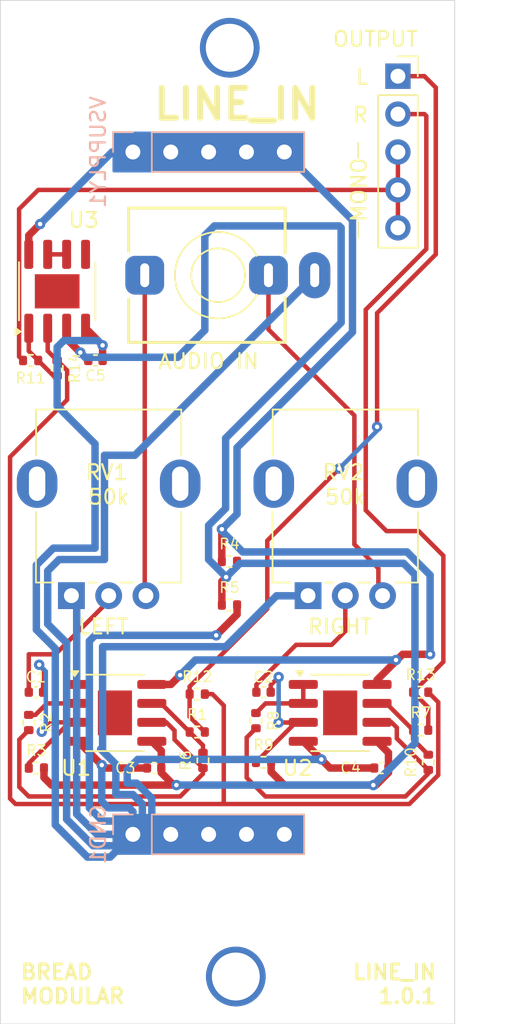
<source format=kicad_pcb>
(kicad_pcb (version 20240108) (generator "pcbnew") (generator_version "8.0")
  (layers (0 "F.Cu" signal) (31 "B.Cu" signal) (34 "B.Paste" user) (35 "F.Paste" user) (36 "B.SilkS" user "B.Silkscreen") (37 "F.SilkS" user "F.Silkscreen") (38 "B.Mask" user) (39 "F.Mask" user) (44 "Edge.Cuts" user))
  (net 0 "")
  (net 1 "GND")
  (net 2 "V_SUPLY")
  (net 3 "Net-(C1-Pad1)")
  (net 4 "Net-(U1A-+)")
  (net 5 "Net-(U2A-+)")
  (net 6 "Net-(C2-Pad1)")
  (net 7 "V_MID")
  (net 8 "IN_L")
  (net 9 "IN_R")
  (net 10 "OUT_L")
  (net 11 "OUT_MONO")
  (net 12 "OUT_R")
  (net 13 "Net-(R1-Pad1)")
  (net 14 "Net-(U1A--)")
  (net 15 "Net-(U1B--)")
  (net 16 "Net-(R10-Pad2)")
  (net 17 "Net-(U2B--)")
  (net 18 "Net-(U2A--)")
  (net 19 "Net-(R11-Pad1)")
  (net 20 "Net-(U3A--)")
  (net 21 "Net-(U3B--)")
  (footprint "BreadModular_AudioJacks:Jack_3.5mm_QingPu_WQP-PJ366ST_Vertical" (layer "F.Cu") (at 61.595 59.055 90)
    (property "Reference" "J1")
    (property "Value" "AudioJack3")
    (fp_line (start 1.6 -6) (end 4.5 -6) (stroke (width 0.2)) (layer "F.SilkS"))
    (fp_line (start -4.5 -6) (end -1.6 -6) (stroke (width 0.2)) (layer "F.SilkS"))
    (fp_line (start 4.5 4.5) (end 4.5 -6) (stroke (width 0.2)) (layer "F.SilkS"))
    (fp_line (start 1.5 4.5) (end 4.5 4.5) (stroke (width 0.2)) (layer "F.SilkS"))
    (fp_line (start -4.5 4.5) (end -4.5 -6) (stroke (width 0.2)) (layer "F.SilkS"))
    (fp_line (start -4.5 4.5) (end -1.5 4.5) (stroke (width 0.2)) (layer "F.SilkS"))
    (fp_arc (start 0 -2.895) (mid 2.817353 -0.665994) (end 1.296263 2.588577) (stroke (width 0.12)) (layer "F.SilkS"))
    (fp_arc (start -1.296263 2.588577) (mid -2.817353 -0.665994) (end 0 -2.895) (stroke (width 0.12)) (layer "F.SilkS"))
    (fp_circle (center 0 0) (end -1.8 0) (stroke (width 0.12)) (fill none) (layer "F.SilkS"))
    (pad "R" thru_hole roundrect (at 0 3.38 90) (size 2.6 2.6) (drill oval 1.6 0.6) (layers "*.Cu" "*.Mask") (net 9 "IN_R"))
    (pad "S" thru_hole oval (at 0 6.48 90) (size 3.1 2.1) (drill oval 1.6 0.6) (layers "*.Cu" "*.Mask") (net 1 "GND"))
    (pad "T" thru_hole roundrect (at 0 -4.92 90) (size 2.6 2.6) (drill oval 1.6 0.6) (layers "*.Cu" "*.Mask") (net 8 "IN_L"))
  )
  (footprint "Resistor_SMD:R_0402_1005Metric" (layer "F.Cu") (at 60.581 91.567 90)
    (property "Reference" "R6" (at 0 -1.17 90) (layer "F.SilkS") (effects (font (size 0.7 0.7) (thickness 0.1))))
    (property "Value" "100k")
    (fp_line (start -0.153641 -0.38) (end 0.153641 -0.38) (stroke (width 0.12)) (layer "F.SilkS"))
    (fp_line (start -0.153641 0.38) (end 0.153641 0.38) (stroke (width 0.12)) (layer "F.SilkS"))
    (pad "1" smd roundrect (at -0.51 0 90) (size 0.54 0.64) (layers "F.Cu" "F.Paste" "F.Mask") (net 15 "Net-(U1B--)"))
    (pad "2" smd roundrect (at 0.51 0 90) (size 0.54 0.64) (layers "F.Cu" "F.Paste" "F.Mask") (net 13 "Net-(R1-Pad1)"))
  )
  (footprint "Resistor_SMD:R_0402_1005Metric" (layer "F.Cu") (at 48.895 89.025 -90)
    (property "Reference" "R2" (at 0 -1.17 90) (layer "F.SilkS") (effects (font (size 0.7 0.7) (thickness 0.1))))
    (property "Value" "22k")
    (fp_line (start -0.153641 0.38) (end 0.153641 0.38) (stroke (width 0.12)) (layer "F.SilkS"))
    (fp_line (start -0.153641 -0.38) (end 0.153641 -0.38) (stroke (width 0.12)) (layer "F.SilkS"))
    (pad "1" smd roundrect (at -0.51 0 270) (size 0.54 0.64) (layers "F.Cu" "F.Paste" "F.Mask") (net 14 "Net-(U1A--)"))
    (pad "2" smd roundrect (at 0.51 0 270) (size 0.54 0.64) (layers "F.Cu" "F.Paste" "F.Mask") (net 15 "Net-(U1B--)"))
  )
  (footprint "Resistor_SMD:R_0402_1005Metric" (layer "F.Cu") (at 64.135 88.902 -90)
    (property "Reference" "R8" (at 0 -1.17 90) (layer "F.SilkS") (effects (font (size 0.7 0.7) (thickness 0.1))))
    (property "Value" "22k")
    (fp_line (start -0.153641 0.38) (end 0.153641 0.38) (stroke (width 0.12)) (layer "F.SilkS"))
    (fp_line (start -0.153641 -0.38) (end 0.153641 -0.38) (stroke (width 0.12)) (layer "F.SilkS"))
    (pad "1" smd roundrect (at -0.51 0 270) (size 0.54 0.64) (layers "F.Cu" "F.Paste" "F.Mask") (net 18 "Net-(U2A--)"))
    (pad "2" smd roundrect (at 0.51 0 270) (size 0.54 0.64) (layers "F.Cu" "F.Paste" "F.Mask") (net 17 "Net-(U2B--)"))
  )
  (footprint "Resistor_SMD:R_0402_1005Metric" (layer "F.Cu") (at 64.645 91.694)
    (property "Reference" "R9" (at 0 -1.17 0) (layer "F.SilkS") (effects (font (size 0.7 0.7) (thickness 0.1))))
    (property "Value" "1M")
    (fp_line (start -0.153641 -0.38) (end 0.153641 -0.38) (stroke (width 0.12)) (layer "F.SilkS"))
    (fp_line (start -0.153641 0.38) (end 0.153641 0.38) (stroke (width 0.12)) (layer "F.SilkS"))
    (pad "1" smd roundrect (at -0.51 0) (size 0.54 0.64) (layers "F.Cu" "F.Paste" "F.Mask") (net 5 "Net-(U2A-+)"))
    (pad "2" smd roundrect (at 0.51 0) (size 0.54 0.64) (layers "F.Cu" "F.Paste" "F.Mask") (net 7 "V_MID"))
  )
  (footprint "BreadModular_Pots:Potentiometer_RV09" (layer "F.Cu") (at 54.382 73.533)
    (property "Reference" "RV1" (at -0.254 -1.27 360) (layer "F.SilkS"))
    (property "Value" "50k" (at -0.127 0.381 360) (layer "F.SilkS"))
    (fp_line (start -5.007 6.112) (end -5.007 1.392) (stroke (width 0.12)) (layer "F.SilkS"))
    (fp_line (start -4.997 -2.418) (end -4.997 -5.478) (stroke (width 0.12)) (layer "F.SilkS"))
    (fp_line (start -3.817 6.112) (end -4.997 6.112) (stroke (width 0.12)) (layer "F.SilkS"))
    (fp_line (start -0.917 6.112) (end -1.447 6.112) (stroke (width 0.12)) (layer "F.SilkS"))
    (fp_line (start 1.533 6.112) (end 0.703 6.112) (stroke (width 0.12)) (layer "F.SilkS"))
    (fp_line (start 4.743 -5.478) (end -4.997 -5.478) (stroke (width 0.12)) (layer "F.SilkS"))
    (fp_line (start 4.743 -2.418) (end 4.743 -5.478) (stroke (width 0.12)) (layer "F.SilkS"))
    (fp_line (start 4.743 6.112) (end 3.253 6.112) (stroke (width 0.12)) (layer "F.SilkS"))
    (fp_line (start 4.743 6.112) (end 4.743 1.392) (stroke (width 0.12)) (layer "F.SilkS"))
    (pad "" thru_hole oval (at -4.927 -0.508 180) (size 2.72 3.24) (drill oval 1.1 2.3) (layers "*.Cu" "*.Mask"))
    (pad "" thru_hole oval (at 4.673 -0.508 180) (size 2.72 3.24) (drill oval 1.1 2.3) (layers "*.Cu" "*.Mask"))
    (pad "1" thru_hole rect (at -2.627 6.992 180) (size 1.8 1.8) (drill 1) (layers "*.Cu" "*.Mask") (net 1 "GND"))
    (pad "2" thru_hole circle (at -0.127 6.992 180) (size 1.8 1.8) (drill 1) (layers "*.Cu" "*.Mask") (net 3 "Net-(C1-Pad1)"))
    (pad "3" thru_hole circle (at 2.373 6.992 180) (size 1.8 1.8) (drill 1) (layers "*.Cu" "*.Mask") (net 8 "IN_L"))
  )
  (footprint "Connector_PinSocket_2.54mm:PinSocket_1x05_P2.54mm_Vertical" (layer "F.Cu") (at 73.66 45.72)
    (property "Reference" "OUTPUT1")
    (property "Value" "Conn_01x05_Socket")
    (fp_line (start -1.33 1.27) (end -1.33 11.49) (stroke (width 0.12)) (layer "F.SilkS"))
    (fp_line (start -1.33 1.27) (end 1.33 1.27) (stroke (width 0.12)) (layer "F.SilkS"))
    (fp_line (start -1.33 11.49) (end 1.33 11.49) (stroke (width 0.12)) (layer "F.SilkS"))
    (fp_line (start 0 -1.33) (end 1.33 -1.33) (stroke (width 0.12)) (layer "F.SilkS"))
    (fp_line (start 1.33 -1.33) (end 1.33 0) (stroke (width 0.12)) (layer "F.SilkS"))
    (fp_line (start 1.33 1.27) (end 1.33 11.49) (stroke (width 0.12)) (layer "F.SilkS"))
    (pad "1" thru_hole rect (at 0 0) (size 1.7 1.7) (drill 1) (layers "*.Cu" "*.Mask") (net 10 "OUT_L"))
    (pad "2" thru_hole oval (at 0 2.54) (size 1.7 1.7) (drill 1) (layers "*.Cu" "*.Mask") (net 12 "OUT_R"))
    (pad "3" thru_hole oval (at 0 5.08) (size 1.7 1.7) (drill 1) (layers "*.Cu" "*.Mask") (net 11 "OUT_MONO"))
    (pad "4" thru_hole oval (at 0 7.62) (size 1.7 1.7) (drill 1) (layers "*.Cu" "*.Mask") (net 11 "OUT_MONO"))
    (pad "5" thru_hole oval (at 0 10.16) (size 1.7 1.7) (drill 1) (layers "*.Cu" "*.Mask") (net 11 "OUT_MONO"))
  )
  (footprint "Resistor_SMD:R_0402_1005Metric" (layer "F.Cu") (at 62.355 78.232)
    (property "Reference" "R4" (at 0 -1.17 0) (layer "F.SilkS") (effects (font (size 0.7 0.7) (thickness 0.1))))
    (property "Value" "1k")
    (fp_line (start -0.153641 -0.38) (end 0.153641 -0.38) (stroke (width 0.12)) (layer "F.SilkS"))
    (fp_line (start -0.153641 0.38) (end 0.153641 0.38) (stroke (width 0.12)) (layer "F.SilkS"))
    (pad "1" smd roundrect (at -0.51 0) (size 0.54 0.64) (layers "F.Cu" "F.Paste" "F.Mask") (net 2 "V_SUPLY"))
    (pad "2" smd roundrect (at 0.51 0) (size 0.54 0.64) (layers "F.Cu" "F.Paste" "F.Mask") (net 7 "V_MID"))
  )
  (footprint "Resistor_SMD:R_0402_1005Metric" (layer "F.Cu") (at 49.02 64.77 180)
    (property "Reference" "R11" (at 0 -1.17 0) (layer "F.SilkS") (effects (font (size 0.7 0.7) (thickness 0.1))))
    (property "Value" "1k")
    (fp_line (start -0.153641 0.38) (end 0.153641 0.38) (stroke (width 0.12)) (layer "F.SilkS"))
    (fp_line (start -0.153641 -0.38) (end 0.153641 -0.38) (stroke (width 0.12)) (layer "F.SilkS"))
    (pad "1" smd roundrect (at -0.51 0 180) (size 0.54 0.64) (layers "F.Cu" "F.Paste" "F.Mask") (net 19 "Net-(R11-Pad1)"))
    (pad "2" smd roundrect (at 0.51 0 180) (size 0.54 0.64) (layers "F.Cu" "F.Paste" "F.Mask") (net 11 "OUT_MONO"))
  )
  (footprint "BreadModular_Pots:Potentiometer_RV09" (layer "F.Cu") (at 70.257 73.533)
    (property "Reference" "RV2" (at -0.254 -1.27 360) (layer "F.SilkS"))
    (property "Value" "50k" (at -0.127 0.381 360) (layer "F.SilkS"))
    (fp_line (start -5.007 6.112) (end -5.007 1.392) (stroke (width 0.12)) (layer "F.SilkS"))
    (fp_line (start -4.997 -2.418) (end -4.997 -5.478) (stroke (width 0.12)) (layer "F.SilkS"))
    (fp_line (start -3.817 6.112) (end -4.997 6.112) (stroke (width 0.12)) (layer "F.SilkS"))
    (fp_line (start -0.917 6.112) (end -1.447 6.112) (stroke (width 0.12)) (layer "F.SilkS"))
    (fp_line (start 1.533 6.112) (end 0.703 6.112) (stroke (width 0.12)) (layer "F.SilkS"))
    (fp_line (start 4.743 -5.478) (end -4.997 -5.478) (stroke (width 0.12)) (layer "F.SilkS"))
    (fp_line (start 4.743 -2.418) (end 4.743 -5.478) (stroke (width 0.12)) (layer "F.SilkS"))
    (fp_line (start 4.743 6.112) (end 3.253 6.112) (stroke (width 0.12)) (layer "F.SilkS"))
    (fp_line (start 4.743 6.112) (end 4.743 1.392) (stroke (width 0.12)) (layer "F.SilkS"))
    (pad "" thru_hole oval (at -4.927 -0.508 180) (size 2.72 3.24) (drill oval 1.1 2.3) (layers "*.Cu" "*.Mask"))
    (pad "" thru_hole oval (at 4.673 -0.508 180) (size 2.72 3.24) (drill oval 1.1 2.3) (layers "*.Cu" "*.Mask"))
    (pad "1" thru_hole rect (at -2.627 6.992 180) (size 1.8 1.8) (drill 1) (layers "*.Cu" "*.Mask") (net 1 "GND"))
    (pad "2" thru_hole circle (at -0.127 6.992 180) (size 1.8 1.8) (drill 1) (layers "*.Cu" "*.Mask") (net 6 "Net-(C2-Pad1)"))
    (pad "3" thru_hole circle (at 2.373 6.992 180) (size 1.8 1.8) (drill 1) (layers "*.Cu" "*.Mask") (net 9 "IN_R"))
  )
  (footprint "Resistor_SMD:R_0402_1005Metric" (layer "F.Cu") (at 75.696 91.692 90)
    (property "Reference" "R10" (at 0 -1.17 90) (layer "F.SilkS") (effects (font (size 0.7 0.7) (thickness 0.1))))
    (property "Value" "100k")
    (fp_line (start -0.153641 -0.38) (end 0.153641 -0.38) (stroke (width 0.12)) (layer "F.SilkS"))
    (fp_line (start -0.153641 0.38) (end 0.153641 0.38) (stroke (width 0.12)) (layer "F.SilkS"))
    (pad "1" smd roundrect (at -0.51 0 90) (size 0.54 0.64) (layers "F.Cu" "F.Paste" "F.Mask") (net 17 "Net-(U2B--)"))
    (pad "2" smd roundrect (at 0.51 0 90) (size 0.54 0.64) (layers "F.Cu" "F.Paste" "F.Mask") (net 16 "Net-(R10-Pad2)"))
  )
  (footprint "Resistor_SMD:R_0402_1005Metric" (layer "F.Cu") (at 50.8 65.278 -90)
    (property "Reference" "R14" (at 0 -1.17 90) (layer "F.SilkS") (effects (font (size 0.7 0.7) (thickness 0.1))))
    (property "Value" "51k")
    (fp_line (start -0.153641 0.38) (end 0.153641 0.38) (stroke (width 0.12)) (layer "F.SilkS"))
    (fp_line (start -0.153641 -0.38) (end 0.153641 -0.38) (stroke (width 0.12)) (layer "F.SilkS"))
    (pad "1" smd roundrect (at -0.51 0 270) (size 0.54 0.64) (layers "F.Cu" "F.Paste" "F.Mask") (net 20 "Net-(U3A--)"))
    (pad "2" smd roundrect (at 0.51 0 270) (size 0.54 0.64) (layers "F.Cu" "F.Paste" "F.Mask") (net 19 "Net-(R11-Pad1)"))
  )
  (footprint "Resistor_SMD:R_0402_1005Metric" (layer "F.Cu") (at 60.196 89.662)
    (property "Reference" "R1" (at 0 -1.17 0) (layer "F.SilkS") (effects (font (size 0.7 0.7) (thickness 0.1))))
    (property "Value" "1k")
    (fp_line (start -0.153641 -0.38) (end 0.153641 -0.38) (stroke (width 0.12)) (layer "F.SilkS"))
    (fp_line (start -0.153641 0.38) (end 0.153641 0.38) (stroke (width 0.12)) (layer "F.SilkS"))
    (pad "1" smd roundrect (at -0.51 0) (size 0.54 0.64) (layers "F.Cu" "F.Paste" "F.Mask") (net 13 "Net-(R1-Pad1)"))
    (pad "2" smd roundrect (at 0.51 0) (size 0.54 0.64) (layers "F.Cu" "F.Paste" "F.Mask") (net 10 "OUT_L"))
  )
  (footprint "Package_SO:SOIC-8-1EP_3.9x4.9mm_P1.27mm_EP2.29x3mm" (layer "F.Cu") (at 50.8 60.133 90)
    (property "Reference" "U3" (at 4.761 1.778 0) (layer "F.SilkS"))
    (property "Value" "MCP6002-xSN")
    (fp_line (start 0 -2.56) (end 1.95 -2.56) (stroke (width 0.12)) (layer "F.SilkS"))
    (fp_line (start 0 -2.56) (end -1.95 -2.56) (stroke (width 0.12)) (layer "F.SilkS"))
    (fp_line (start 0 2.56) (end 1.95 2.56) (stroke (width 0.12)) (layer "F.SilkS"))
    (fp_line (start 0 2.56) (end -1.95 2.56) (stroke (width 0.12)) (layer "F.SilkS"))
    (fp_poly (pts (xy -2.7 -2.465) (xy -2.94 -2.795) (xy -2.46 -2.795) (xy -2.7 -2.465)) (stroke (width 0.12)) (fill solid) (layer "F.SilkS"))
    (pad "1" smd roundrect (at -2.475 -1.905 90) (size 1.95 0.6) (layers "F.Cu" "F.Paste" "F.Mask") (net 19 "Net-(R11-Pad1)"))
    (pad "2" smd roundrect (at -2.475 -0.635 90) (size 1.95 0.6) (layers "F.Cu" "F.Paste" "F.Mask") (net 20 "Net-(U3A--)"))
    (pad "3" smd roundrect (at -2.475 0.635 90) (size 1.95 0.6) (layers "F.Cu" "F.Paste" "F.Mask") (net 7 "V_MID"))
    (pad "4" smd roundrect (at -2.475 1.905 90) (size 1.95 0.6) (layers "F.Cu" "F.Paste" "F.Mask") (net 1 "GND"))
    (pad "5" smd roundrect (at 2.475 1.905 90) (size 1.95 0.6) (layers "F.Cu" "F.Paste" "F.Mask"))
    (pad "6" smd roundrect (at 2.475 0.635 90) (size 1.95 0.6) (layers "F.Cu" "F.Paste" "F.Mask") (net 21 "Net-(U3B--)"))
    (pad "7" smd roundrect (at 2.475 -0.635 90) (size 1.95 0.6) (layers "F.Cu" "F.Paste" "F.Mask") (net 21 "Net-(U3B--)"))
    (pad "8" smd roundrect (at 2.475 -1.905 90) (size 1.95 0.6) (layers "F.Cu" "F.Paste" "F.Mask") (net 2 "V_SUPLY"))
    (pad "9" smd rect (at 0 0 90) (size 2.29 3) (property pad_prop_heatsink) (layers "F.Cu" "F.Mask"))
  )
  (footprint "Capacitor_SMD:C_0402_1005Metric" (layer "F.Cu") (at 64.645 86.995)
    (property "Reference" "C2" (at 0 -1.016 0) (layer "F.SilkS") (effects (font (size 0.7 0.7) (thickness 0.1))))
    (property "Value" "0.1uf")
    (fp_line (start -0.107836 -0.36) (end 0.107836 -0.36) (stroke (width 0.12)) (layer "F.SilkS"))
    (fp_line (start -0.107836 0.36) (end 0.107836 0.36) (stroke (width 0.12)) (layer "F.SilkS"))
    (pad "1" smd roundrect (at -0.48 0) (size 0.56 0.62) (layers "F.Cu" "F.Paste" "F.Mask") (net 6 "Net-(C2-Pad1)"))
    (pad "2" smd roundrect (at 0.48 0) (size 0.56 0.62) (layers "F.Cu" "F.Paste" "F.Mask") (net 5 "Net-(U2A-+)"))
  )
  (footprint "Package_SO:SOIC-8-1EP_3.9x4.9mm_P1.27mm_EP2.29x3mm" (layer "F.Cu") (at 54.675 88.38)
    (property "Reference" "U1" (at -2.605 3.695 0) (layer "F.SilkS"))
    (property "Value" "MCP6002-xSN")
    (fp_line (start 0 -2.56) (end -1.95 -2.56) (stroke (width 0.12)) (layer "F.SilkS"))
    (fp_line (start 0 -2.56) (end 1.95 -2.56) (stroke (width 0.12)) (layer "F.SilkS"))
    (fp_line (start 0 2.56) (end -1.95 2.56) (stroke (width 0.12)) (layer "F.SilkS"))
    (fp_line (start 0 2.56) (end 1.95 2.56) (stroke (width 0.12)) (layer "F.SilkS"))
    (fp_poly (pts (xy -2.7 -2.465) (xy -2.94 -2.795) (xy -2.46 -2.795) (xy -2.7 -2.465)) (stroke (width 0.12)) (fill solid) (layer "F.SilkS"))
    (pad "1" smd roundrect (at -2.475 -1.905) (size 1.95 0.6) (layers "F.Cu" "F.Paste" "F.Mask") (net 14 "Net-(U1A--)"))
    (pad "2" smd roundrect (at -2.475 -0.635) (size 1.95 0.6) (layers "F.Cu" "F.Paste" "F.Mask") (net 14 "Net-(U1A--)"))
    (pad "3" smd roundrect (at -2.475 0.635) (size 1.95 0.6) (layers "F.Cu" "F.Paste" "F.Mask") (net 4 "Net-(U1A-+)"))
    (pad "4" smd roundrect (at -2.475 1.905) (size 1.95 0.6) (layers "F.Cu" "F.Paste" "F.Mask") (net 1 "GND"))
    (pad "5" smd roundrect (at 2.475 1.905) (size 1.95 0.6) (layers "F.Cu" "F.Paste" "F.Mask") (net 7 "V_MID"))
    (pad "6" smd roundrect (at 2.475 0.635) (size 1.95 0.6) (layers "F.Cu" "F.Paste" "F.Mask") (net 15 "Net-(U1B--)"))
    (pad "7" smd roundrect (at 2.475 -0.635) (size 1.95 0.6) (layers "F.Cu" "F.Paste" "F.Mask") (net 13 "Net-(R1-Pad1)"))
    (pad "8" smd roundrect (at 2.475 -1.905) (size 1.95 0.6) (layers "F.Cu" "F.Paste" "F.Mask") (net 2 "V_SUPLY"))
    (pad "9" smd rect (at 0 0) (size 2.29 3) (property pad_prop_heatsink) (layers "F.Cu" "F.Mask"))
  )
  (footprint "Resistor_SMD:R_0402_1005Metric" (layer "F.Cu") (at 75.186 86.995)
    (property "Reference" "R13" (at 0 -1.17 0) (layer "F.SilkS") (effects (font (size 0.7 0.7) (thickness 0.1))))
    (property "Value" "100k")
    (fp_line (start -0.153641 -0.38) (end 0.153641 -0.38) (stroke (width 0.12)) (layer "F.SilkS"))
    (fp_line (start -0.153641 0.38) (end 0.153641 0.38) (stroke (width 0.12)) (layer "F.SilkS"))
    (pad "1" smd roundrect (at -0.51 0) (size 0.54 0.64) (layers "F.Cu" "F.Paste" "F.Mask") (net 12 "OUT_R"))
    (pad "2" smd roundrect (at 0.51 0) (size 0.54 0.64) (layers "F.Cu" "F.Paste" "F.Mask") (net 20 "Net-(U3A--)"))
  )
  (footprint "Resistor_SMD:R_0402_1005Metric" (layer "F.Cu") (at 49.405 92.075)
    (property "Reference" "R3" (at 0 -1.17 0) (layer "F.SilkS") (effects (font (size 0.7 0.7) (thickness 0.1))))
    (property "Value" "1M")
    (fp_line (start -0.153641 -0.38) (end 0.153641 -0.38) (stroke (width 0.12)) (layer "F.SilkS"))
    (fp_line (start -0.153641 0.38) (end 0.153641 0.38) (stroke (width 0.12)) (layer "F.SilkS"))
    (pad "1" smd roundrect (at -0.51 0) (size 0.54 0.64) (layers "F.Cu" "F.Paste" "F.Mask") (net 4 "Net-(U1A-+)"))
    (pad "2" smd roundrect (at 0.51 0) (size 0.54 0.64) (layers "F.Cu" "F.Paste" "F.Mask") (net 7 "V_MID"))
  )
  (footprint "Resistor_SMD:R_0402_1005Metric" (layer "F.Cu") (at 62.359 81.153)
    (property "Reference" "R5" (at 0 -1.17 0) (layer "F.SilkS") (effects (font (size 0.7 0.7) (thickness 0.1))))
    (property "Value" "1k")
    (fp_line (start -0.153641 -0.38) (end 0.153641 -0.38) (stroke (width 0.12)) (layer "F.SilkS"))
    (fp_line (start -0.153641 0.38) (end 0.153641 0.38) (stroke (width 0.12)) (layer "F.SilkS"))
    (pad "1" smd roundrect (at -0.51 0) (size 0.54 0.64) (layers "F.Cu" "F.Paste" "F.Mask") (net 7 "V_MID"))
    (pad "2" smd roundrect (at 0.51 0) (size 0.54 0.64) (layers "F.Cu" "F.Paste" "F.Mask") (net 1 "GND"))
  )
  (footprint "Capacitor_SMD:C_0402_1005Metric" (layer "F.Cu") (at 53.368 64.77 180)
    (property "Reference" "C5" (at 0 -1.016 0) (layer "F.SilkS") (effects (font (size 0.7 0.7) (thickness 0.1))))
    (property "Value" "0.1uf")
    (fp_line (start -0.107836 0.36) (end 0.107836 0.36) (stroke (width 0.12)) (layer "F.SilkS"))
    (fp_line (start -0.107836 -0.36) (end 0.107836 -0.36) (stroke (width 0.12)) (layer "F.SilkS"))
    (pad "1" smd roundrect (at -0.48 0 180) (size 0.56 0.62) (layers "F.Cu" "F.Paste" "F.Mask") (net 1 "GND"))
    (pad "2" smd roundrect (at 0.48 0 180) (size 0.56 0.62) (layers "F.Cu" "F.Paste" "F.Mask") (net 7 "V_MID"))
  )
  (footprint "Capacitor_SMD:C_0402_1005Metric" (layer "F.Cu") (at 57.305 92.075)
    (property "Reference" "C3" (at -1.933 0 0) (layer "F.SilkS") (effects (font (size 0.7 0.7) (thickness 0.1))))
    (property "Value" "0.1uf")
    (fp_line (start -0.107836 -0.36) (end 0.107836 -0.36) (stroke (width 0.12)) (layer "F.SilkS"))
    (fp_line (start -0.107836 0.36) (end 0.107836 0.36) (stroke (width 0.12)) (layer "F.SilkS"))
    (pad "1" smd roundrect (at -0.48 0) (size 0.56 0.62) (layers "F.Cu" "F.Paste" "F.Mask") (net 1 "GND"))
    (pad "2" smd roundrect (at 0.48 0) (size 0.56 0.62) (layers "F.Cu" "F.Paste" "F.Mask") (net 7 "V_MID"))
  )
  (footprint "Resistor_SMD:R_0402_1005Metric" (layer "F.Cu") (at 75.186 89.535)
    (property "Reference" "R7" (at 0 -1.17 0) (layer "F.SilkS") (effects (font (size 0.7 0.7) (thickness 0.1))))
    (property "Value" "1k")
    (fp_line (start -0.153641 -0.38) (end 0.153641 -0.38) (stroke (width 0.12)) (layer "F.SilkS"))
    (fp_line (start -0.153641 0.38) (end 0.153641 0.38) (stroke (width 0.12)) (layer "F.SilkS"))
    (pad "1" smd roundrect (at -0.51 0) (size 0.54 0.64) (layers "F.Cu" "F.Paste" "F.Mask") (net 16 "Net-(R10-Pad2)"))
    (pad "2" smd roundrect (at 0.51 0) (size 0.54 0.64) (layers "F.Cu" "F.Paste" "F.Mask") (net 12 "OUT_R"))
  )
  (footprint "Capacitor_SMD:C_0402_1005Metric" (layer "F.Cu") (at 72.545 92.075)
    (property "Reference" "C4" (at -2.06 0 0) (layer "F.SilkS") (effects (font (size 0.7 0.7) (thickness 0.1))))
    (property "Value" "0.1uf")
    (fp_line (start -0.107836 -0.36) (end 0.107836 -0.36) (stroke (width 0.12)) (layer "F.SilkS"))
    (fp_line (start -0.107836 0.36) (end 0.107836 0.36) (stroke (width 0.12)) (layer "F.SilkS"))
    (pad "1" smd roundrect (at -0.48 0) (size 0.56 0.62) (layers "F.Cu" "F.Paste" "F.Mask") (net 1 "GND"))
    (pad "2" smd roundrect (at 0.48 0) (size 0.56 0.62) (layers "F.Cu" "F.Paste" "F.Mask") (net 7 "V_MID"))
  )
  (footprint "Resistor_SMD:R_0402_1005Metric" (layer "F.Cu") (at 60.196 87.122)
    (property "Reference" "R12" (at 0 -1.17 0) (layer "F.SilkS") (effects (font (size 0.7 0.7) (thickness 0.1))))
    (property "Value" "100k")
    (fp_line (start -0.153641 -0.38) (end 0.153641 -0.38) (stroke (width 0.12)) (layer "F.SilkS"))
    (fp_line (start -0.153641 0.38) (end 0.153641 0.38) (stroke (width 0.12)) (layer "F.SilkS"))
    (pad "1" smd roundrect (at -0.51 0) (size 0.54 0.64) (layers "F.Cu" "F.Paste" "F.Mask") (net 10 "OUT_L"))
    (pad "2" smd roundrect (at 0.51 0) (size 0.54 0.64) (layers "F.Cu" "F.Paste" "F.Mask") (net 20 "Net-(U3A--)"))
  )
  (footprint "Capacitor_SMD:C_0402_1005Metric" (layer "F.Cu") (at 49.375 86.995)
    (property "Reference" "C1" (at 0 -1.016 0) (layer "F.SilkS") (effects (font (size 0.7 0.7) (thickness 0.1))))
    (property "Value" "0.1uf")
    (fp_line (start -0.107836 -0.36) (end 0.107836 -0.36) (stroke (width 0.12)) (layer "F.SilkS"))
    (fp_line (start -0.107836 0.36) (end 0.107836 0.36) (stroke (width 0.12)) (layer "F.SilkS"))
    (pad "1" smd roundrect (at -0.48 0) (size 0.56 0.62) (layers "F.Cu" "F.Paste" "F.Mask") (net 3 "Net-(C1-Pad1)"))
    (pad "2" smd roundrect (at 0.48 0) (size 0.56 0.62) (layers "F.Cu" "F.Paste" "F.Mask") (net 4 "Net-(U1A-+)"))
  )
  (footprint "Package_SO:SOIC-8-1EP_3.9x4.9mm_P1.27mm_EP2.29x3mm" (layer "F.Cu") (at 69.785 88.38)
    (property "Reference" "U2" (at -2.856 3.695 0) (layer "F.SilkS"))
    (property "Value" "MCP6002-xSN")
    (fp_line (start 0 -2.56) (end -1.95 -2.56) (stroke (width 0.12)) (layer "F.SilkS"))
    (fp_line (start 0 -2.56) (end 1.95 -2.56) (stroke (width 0.12)) (layer "F.SilkS"))
    (fp_line (start 0 2.56) (end -1.95 2.56) (stroke (width 0.12)) (layer "F.SilkS"))
    (fp_line (start 0 2.56) (end 1.95 2.56) (stroke (width 0.12)) (layer "F.SilkS"))
    (fp_poly (pts (xy -2.7 -2.465) (xy -2.94 -2.795) (xy -2.46 -2.795) (xy -2.7 -2.465)) (stroke (width 0.12)) (fill solid) (layer "F.SilkS"))
    (pad "1" smd roundrect (at -2.475 -1.905) (size 1.95 0.6) (layers "F.Cu" "F.Paste" "F.Mask") (net 18 "Net-(U2A--)"))
    (pad "2" smd roundrect (at -2.475 -0.635) (size 1.95 0.6) (layers "F.Cu" "F.Paste" "F.Mask") (net 18 "Net-(U2A--)"))
    (pad "3" smd roundrect (at -2.475 0.635) (size 1.95 0.6) (layers "F.Cu" "F.Paste" "F.Mask") (net 5 "Net-(U2A-+)"))
    (pad "4" smd roundrect (at -2.475 1.905) (size 1.95 0.6) (layers "F.Cu" "F.Paste" "F.Mask") (net 1 "GND"))
    (pad "5" smd roundrect (at 2.475 1.905) (size 1.95 0.6) (layers "F.Cu" "F.Paste" "F.Mask") (net 7 "V_MID"))
    (pad "6" smd roundrect (at 2.475 0.635) (size 1.95 0.6) (layers "F.Cu" "F.Paste" "F.Mask") (net 17 "Net-(U2B--)"))
    (pad "7" smd roundrect (at 2.475 -0.635) (size 1.95 0.6) (layers "F.Cu" "F.Paste" "F.Mask") (net 16 "Net-(R10-Pad2)"))
    (pad "8" smd roundrect (at 2.475 -1.905) (size 1.95 0.6) (layers "F.Cu" "F.Paste" "F.Mask") (net 2 "V_SUPLY"))
    (pad "9" smd rect (at 0 0) (size 2.29 3) (property pad_prop_heatsink) (layers "F.Cu" "F.Mask"))
  )
  (footprint "BreadModular_MISC:Power_Connector" (layer "B.Cu") (at 55.88 96.52 -90)
    (property "Reference" "GND1" (at 0 2.33 90) (layer "B.SilkS") (effects (justify mirror)))
    (property "Value" "Conn_01x05_Pin")
    (fp_line (start -1.33 1.33) (end -1.33 0) (stroke (width 0.12)) (layer "B.SilkS"))
    (fp_line (start 0 1.33) (end -1.33 1.33) (stroke (width 0.12)) (layer "B.SilkS"))
    (fp_line (start 1.33 -1.27) (end -1.33 -1.27) (stroke (width 0.12)) (layer "B.SilkS"))
    (fp_line (start -1.33 -11.49) (end -1.33 -1.27) (stroke (width 0.12)) (layer "B.SilkS"))
    (fp_line (start 1.33 -11.49) (end 1.33 -1.27) (stroke (width 0.12)) (layer "B.SilkS"))
    (fp_line (start 1.33 -11.49) (end -1.33 -11.49) (stroke (width 0.12)) (layer "B.SilkS"))
    (pad "1" thru_hole rect (at 0 0 270) (size 2 2) (drill 1) (layers "*.Cu" "*.Mask") (net 1 "GND"))
    (pad "2" thru_hole oval (at 0 -2.54 270) (size 2 2) (drill 1) (layers "*.Cu" "*.Mask") (net 1 "GND"))
    (pad "3" thru_hole oval (at 0 -5.08 270) (size 2 2) (drill 1) (layers "*.Cu" "*.Mask") (net 1 "GND"))
    (pad "4" thru_hole oval (at 0 -7.62 270) (size 2 2) (drill 1) (layers "*.Cu" "*.Mask") (net 1 "GND"))
    (pad "5" thru_hole oval (at 0 -10.16 270) (size 2 2) (drill 1) (layers "*.Cu" "*.Mask") (net 1 "GND"))
  )
  (footprint "BreadModular_MISC:Power_Connector" (layer "B.Cu") (at 55.88 50.8 -90)
    (property "Reference" "VSUPPLY1" (at 0 2.33 90) (layer "B.SilkS") (effects (justify mirror)))
    (property "Value" "Conn_01x05_Pin")
    (fp_line (start -1.33 1.33) (end -1.33 0) (stroke (width 0.12)) (layer "B.SilkS"))
    (fp_line (start 0 1.33) (end -1.33 1.33) (stroke (width 0.12)) (layer "B.SilkS"))
    (fp_line (start 1.33 -1.27) (end -1.33 -1.27) (stroke (width 0.12)) (layer "B.SilkS"))
    (fp_line (start -1.33 -11.49) (end -1.33 -1.27) (stroke (width 0.12)) (layer "B.SilkS"))
    (fp_line (start 1.33 -11.49) (end 1.33 -1.27) (stroke (width 0.12)) (layer "B.SilkS"))
    (fp_line (start 1.33 -11.49) (end -1.33 -11.49) (stroke (width 0.12)) (layer "B.SilkS"))
    (pad "1" thru_hole rect (at 0 0 270) (size 2 2) (drill 1) (layers "*.Cu" "*.Mask") (net 2 "V_SUPLY"))
    (pad "2" thru_hole oval (at 0 -2.54 270) (size 2 2) (drill 1) (layers "*.Cu" "*.Mask") (net 2 "V_SUPLY"))
    (pad "3" thru_hole oval (at 0 -5.08 270) (size 2 2) (drill 1) (layers "*.Cu" "*.Mask") (net 2 "V_SUPLY"))
    (pad "4" thru_hole oval (at 0 -7.62 270) (size 2 2) (drill 1) (layers "*.Cu" "*.Mask") (net 2 "V_SUPLY"))
    (pad "5" thru_hole oval (at 0 -10.16 270) (size 2 2) (drill 1) (layers "*.Cu" "*.Mask") (net 2 "V_SUPLY"))
  )
  (gr_poly (pts (xy 54.61 49.53) (xy 67.31 49.53) (xy 67.31 52.07) (xy 54.61 52.07)) (stroke (width 0.2)) (fill solid) (layer "B.Cu") (net 2))
  (gr_poly (pts (xy 54.61 95.25) (xy 67.31 95.25) (xy 67.31 97.79) (xy 54.61 97.79)) (stroke (width 0.2)) (fill solid) (layer "B.Cu") (net 1))
  (gr_line (start 70.993 56.515) (end 70.993 55.499) (stroke (width 0.1)) (layer "F.SilkS"))
  (gr_line (start 70.993 51.181) (end 70.993 50.165) (stroke (width 0.1)) (layer "F.SilkS"))
  (gr_line (start 46.99 109.22) (end 77.47 109.22) (stroke (width 0.05)) (layer "Edge.Cuts"))
  (gr_line (start 77.47 40.64) (end 46.99 40.64) (stroke (width 0.05)) (layer "Edge.Cuts"))
  (gr_line (start 46.99 40.64) (end 46.99 109.22) (stroke (width 0.05)) (layer "Edge.Cuts"))
  (gr_line (start 77.47 109.22) (end 77.47 40.64) (stroke (width 0.05)) (layer "Edge.Cuts"))
  (gr_text "RIGHT" (at 69.775 83.185 0) (layer "F.SilkS") (effects (font (size 1 1)) (justify bottom)))
  (gr_text "L" (at 71.755 46.355 0) (layer "F.SilkS") (effects (font (size 1 1)) (justify right bottom)))
  (gr_text "AUDIO IN" (at 60.96 65.405 0) (layer "F.SilkS") (effects (font (size 1 1)) (justify bottom)))
  (gr_text "LINE_IN\n1.0.1" (at 76.327 107.95 0) (layer "F.SilkS") (effects (font (size 1 1) (thickness 0.2) (bold yes)) (justify right bottom)))
  (gr_text "LINE_IN" (at 62.865 48.768 0) (layer "F.SilkS") (effects (font (size 2 2) (thickness 0.4) (bold yes)) (justify bottom)))
  (gr_text "OUTPUT" (at 69.215 43.815 0) (layer "F.SilkS") (effects (font (size 1 1)) (justify left bottom)))
  (gr_text "LEFT" (at 53.9 83.185 0) (layer "F.SilkS") (effects (font (size 1 1)) (justify bottom)))
  (gr_text "MONO" (at 71.628 53.34 90) (layer "F.SilkS") (effects (font (size 1 1)) (justify bottom)))
  (gr_text "BREAD\nMODULAR" (at 48.26 107.95 0) (layer "F.SilkS") (effects (font (size 1 1) (thickness 0.2) (bold yes)) (justify left bottom)))
  (gr_text "R" (at 71.755 48.895 0) (layer "F.SilkS") (effects (font (size 1 1)) (justify right bottom)))
  (via (at 62.37758 43.815) (size 4) (drill 3.2) (layers "F.Cu" "B.Cu") (net 0))
  (via (at 62.784908 106.045) (size 4) (drill 3.2) (layers "F.Cu" "B.Cu") (net 0))
  (via (at 62.37758 43.815) (size 4) (drill 3.2) (layers "F.Cu" "B.Cu") (net 0))
  (via (at 62.784908 106.045) (size 4) (drill 3.2) (layers "F.Cu" "B.Cu") (net 0))
  (via (at 62.784908 106.045) (size 4) (drill 3.2) (layers "F.Cu" "B.Cu") (net 0))
  (via (at 62.784908 106.045) (size 4) (drill 3.2) (layers "F.Cu" "B.Cu") (net 0))
  (via (at 62.37758 43.815) (size 4) (drill 3.2) (layers "F.Cu" "B.Cu") (net 0))
  (via (at 62.37758 43.815) (size 4) (drill 3.2) (layers "F.Cu" "B.Cu") (net 0))
  (segment (start 69.1 92.075) (end 72.065 92.075) (width 0.5) (layer "F.Cu") (net 1))
  (segment (start 53.792 91.877) (end 53.99 92.075) (width 0.5) (layer "F.Cu") (net 1))
  (segment (start 55.88 96.52) (end 66.04 96.52) (width 0.5) (layer "F.Cu") (net 1))
  (segment (start 62.869 81.784) (end 61.468 83.185) (width 0.5) (layer "F.Cu") (net 1))
  (segment (start 53.848 64.77) (end 53.848 63.754) (width 0.5) (layer "F.Cu") (net 1))
  (segment (start 53.848 63.751) (end 52.705 62.608) (width 0.5) (layer "F.Cu") (net 1))
  (segment (start 62.869 81.153) (end 62.869 81.784) (width 0.5) (layer "F.Cu") (net 1))
  (segment (start 53.792 91.877) (end 52.2 90.285) (width 0.5) (layer "F.Cu") (net 1))
  (segment (start 53.848 63.754) (end 53.848 63.751) (width 0.5) (layer "F.Cu") (net 1))
  (segment (start 53.99 92.075) (end 56.825 92.075) (width 0.5) (layer "F.Cu") (net 1))
  (segment (start 67.31 90.285) (end 68.5225 91.4975) (width 0.5) (layer "F.Cu") (net 1))
  (segment (start 68.5225 91.4975) (end 69.1 92.075) (width 0.5) (layer "F.Cu") (net 1))
  (via (at 53.848 63.754) (size 0.7) (drill 0.3) (layers "F.Cu" "B.Cu") (net 1))
  (via (at 68.5225 91.4975) (size 0.7) (drill 0.3) (layers "F.Cu" "B.Cu") (net 1))
  (via (at 53.792 91.877) (size 0.7) (drill 0.3) (layers "F.Cu" "B.Cu") (net 1))
  (via (at 61.468 83.185) (size 0.7) (drill 0.3) (layers "F.Cu" "B.Cu") (net 1))
  (segment (start 54.356 98.044) (end 55.88 96.52) (width 0.5) (layer "B.Cu") (net 1))
  (segment (start 55.499 92.202) (end 55.499 93.091) (width 0.5) (layer "B.Cu") (net 1))
  (segment (start 56.134 93.091) (end 57.15 94.107) (width 0.5) (layer "B.Cu") (net 1))
  (segment (start 61.468 83.185) (end 53.34 83.185) (width 0.5) (layer "B.Cu") (net 1))
  (segment (start 53.848 83.947) (end 53.848 90.678) (width 0.5) (layer "B.Cu") (net 1))
  (segment (start 55.626 94.742) (end 54.229 94.742) (width 0.5) (layer "B.Cu") (net 1))
  (segment (start 67.35 80.535) (end 65.515 80.535) (width 0.5) (layer "B.Cu") (net 1))
  (segment (start 52.11 80.525) (end 52.11 95.163) (width 0.5) (layer "B.Cu") (net 1))
  (segment (start 51.435 95.504) (end 53.213 97.282) (width 0.5) (layer "B.Cu") (net 1))
  (segment (start 56.261 96.52) (end 55.88 96.52) (width 0.5) (layer "B.Cu") (net 1))
  (segment (start 53.792 94.305) (end 53.792 91.877) (width 0.5) (layer "B.Cu") (net 1))
  (segment (start 53.848 63.754) (end 53.528 63.434) (width 0.5) (layer "B.Cu") (net 1))
  (segment (start 52.11 95.163) (end 53.467 96.52) (width 0.5) (layer "B.Cu") (net 1))
  (segment (start 55.118 97.282) (end 55.88 96.52) (width 0.5) (layer "B.Cu") (net 1))
  (segment (start 62.103 83.947) (end 53.848 83.947) (width 0.5) (layer "B.Cu") (net 1))
  (segment (start 53.848 90.678) (end 53.721 90.805) (width 0.5) (layer "B.Cu") (net 1))
  (segment (start 68.075 59.055) (end 56.01 71.12) (width 0.5) (layer "B.Cu") (net 1))
  (segment (start 53.721 90.805) (end 54.737 91.821) (width 0.5) (layer "B.Cu") (net 1))
  (segment (start 50.8 67.818) (end 53.34 70.358) (width 0.5) (layer "B.Cu") (net 1))
  (segment (start 53.213 97.282) (end 55.118 97.282) (width 0.5) (layer "B.Cu") (net 1))
  (segment (start 52.959 94.742) (end 53.848 95.631) (width 0.5) (layer "B.Cu") (net 1))
  (segment (start 51.247 63.434) (end 50.8 63.881) (width 0.5) (layer "B.Cu") (net 1))
  (segment (start 53.975 71.12) (end 53.975 78.105) (width 0.5) (layer "B.Cu") (net 1))
  (segment (start 53.528 63.434) (end 51.247 63.434) (width 0.5) (layer "B.Cu") (net 1))
  (segment (start 54.737 91.821) (end 54.737 93.853) (width 0.5) (layer "B.Cu") (net 1))
  (segment (start 49.403 82.804) (end 50.673 84.074) (width 0.5) (layer "B.Cu") (net 1))
  (segment (start 53.34 77.343) (end 50.546 77.343) (width 0.5) (layer "B.Cu") (net 1))
  (segment (start 56.515 95.885) (end 55.88 96.52) (width 0.5) (layer "B.Cu") (net 1))
  (segment (start 54.737 93.853) (end 55.88 93.853) (width 0.5) (layer "B.Cu") (net 1))
  (segment (start 50.673 84.074) (end 50.673 95.885) (width 0.5) (layer "B.Cu") (net 1))
  (segment (start 50.673 95.885) (end 52.832 98.044) (width 0.5) (layer "B.Cu") (net 1))
  (segment (start 50.8 63.881) (end 50.8 67.818) (width 0.5) (layer "B.Cu") (net 1))
  (segment (start 56.515 94.488) (end 56.515 95.885) (width 0.5) (layer "B.Cu") (net 1))
  (segment (start 54.229 94.742) (end 53.792 94.305) (width 0.5) (layer "B.Cu") (net 1))
  (segment (start 50.165 78.867) (end 50.165 82.423) (width 0.5) (layer "B.Cu") (net 1))
  (segment (start 57.15 94.107) (end 57.15 95.377) (width 0.5) (layer "B.Cu") (net 1))
  (segment (start 55.88 94.996) (end 55.626 94.742) (width 0.5) (layer "B.Cu") (net 1))
  (segment (start 53.34 70.358) (end 53.34 77.343) (width 0.5) (layer "B.Cu") (net 1))
  (segment (start 56.01 71.12) (end 53.975 71.12) (width 0.5) (layer "B.Cu") (net 1))
  (segment (start 50.546 77.343) (end 49.403 78.486) (width 0.5) (layer "B.Cu") (net 1))
  (segment (start 53.467 96.52) (end 55.88 96.52) (width 0.5) (layer "B.Cu") (net 1))
  (segment (start 50.927 78.105) (end 50.165 78.867) (width 0.5) (layer "B.Cu") (net 1))
  (segment (start 54.991 95.631) (end 55.88 96.52) (width 0.5) (layer "B.Cu") (net 1))
  (segment (start 55.88 93.853) (end 56.515 94.488) (width 0.5) (layer "B.Cu") (net 1))
  (segment (start 56.2035 91.4975) (end 55.499 92.202) (width 0.5) (layer "B.Cu") (net 1))
  (segment (start 65.515 80.535) (end 62.103 83.947) (width 0.5) (layer "B.Cu") (net 1))
  (segment (start 51.435 83.693) (end 51.435 95.504) (width 0.5) (layer "B.Cu") (net 1))
  (segment (start 53.848 95.631) (end 54.991 95.631) (width 0.5) (layer "B.Cu") (net 1))
  (segment (start 55.499 93.091) (end 56.134 93.091) (width 0.5) (layer "B.Cu") (net 1))
  (segment (start 57.15 95.377) (end 57.277 95.504) (width 0.5) (layer "B.Cu") (net 1))
  (segment (start 57.277 95.504) (end 56.261 96.52) (width 0.5) (layer "B.Cu") (net 1))
  (segment (start 68.5225 91.4975) (end 56.2035 91.4975) (width 0.5) (layer "B.Cu") (net 1))
  (segment (start 50.165 82.423) (end 51.435 83.693) (width 0.5) (layer "B.Cu") (net 1))
  (segment (start 52.959 83.566) (end 52.959 94.742) (width 0.5) (layer "B.Cu") (net 1))
  (segment (start 55.88 96.52) (end 55.88 94.996) (width 0.5) (layer "B.Cu") (net 1))
  (segment (start 52.832 98.044) (end 54.356 98.044) (width 0.5) (layer "B.Cu") (net 1))
  (segment (start 49.403 78.486) (end 49.403 82.804) (width 0.5) (layer "B.Cu") (net 1))
  (segment (start 53.975 78.105) (end 50.927 78.105) (width 0.5) (layer "B.Cu") (net 1))
  (segment (start 53.34 83.185) (end 52.959 83.566) (width 0.5) (layer "B.Cu") (net 1))
  (segment (start 61.845 78.232) (end 61.845 76.077) (width 0.5) (layer "F.Cu") (net 2))
  (segment (start 73.976 84.455) (end 72.26 86.171) (width 0.5) (layer "F.Cu") (net 2))
  (segment (start 57.15 86.475) (end 58.432 86.475) (width 0.5) (layer "F.Cu") (net 2))
  (segment (start 48.895 56.388) (end 49.657 55.626) (width 0.5) (layer "F.Cu") (net 2))
  (segment (start 72.26 86.171) (end 72.26 86.475) (width 0.5) (layer "F.Cu") (net 2))
  (segment (start 61.845 76.077) (end 61.849 76.073) (width 0.5) (layer "F.Cu") (net 2))
  (segment (start 55.88 50.8) (end 66.04 50.8) (width 0.5) (layer "F.Cu") (net 2))
  (segment (start 58.432 86.475) (end 59.055 85.852) (width 0.5) (layer "F.Cu") (net 2))
  (segment (start 48.895 57.658) (end 48.895 56.388) (width 0.5) (layer "F.Cu") (net 2))
  (segment (start 73.976 84.455) (end 75.819 84.455) (width 0.5) (layer "F.Cu") (net 2))
  (via (at 75.819 84.455) (size 0.7) (drill 0.3) (layers "F.Cu" "B.Cu") (net 2))
  (via (at 61.849 76.073) (size 0.7) (drill 0.3) (layers "F.Cu" "B.Cu") (net 2))
  (via (at 73.533 84.836) (size 0.7) (drill 0.3) (layers "F.Cu" "B.Cu") (net 2))
  (via (at 49.657 55.626) (size 0.7) (drill 0.3) (layers "F.Cu" "B.Cu") (net 2))
  (via (at 59.055 85.852) (size 0.7) (drill 0.3) (layers "F.Cu" "B.Cu") (net 2))
  (segment (start 54.483 50.8) (end 55.88 50.8) (width 0.5) (layer "B.Cu") (net 2))
  (segment (start 60.071 84.836) (end 73.533 84.836) (width 0.5) (layer "B.Cu") (net 2))
  (segment (start 63.246 77.597) (end 61.849 76.2) (width 0.5) (layer "B.Cu") (net 2))
  (segment (start 74.26895 77.597) (end 63.246 77.597) (width 0.5) (layer "B.Cu") (net 2))
  (segment (start 70.612 55.372) (end 66.04 50.8) (width 0.5) (layer "B.Cu") (net 2))
  (segment (start 59.055 85.852) (end 60.071 84.836) (width 0.5) (layer "B.Cu") (net 2))
  (segment (start 62.865 75.057) (end 62.865 70.612) (width 0.5) (layer "B.Cu") (net 2))
  (segment (start 75.819 79.14705) (end 74.26895 77.597) (width 0.5) (layer "B.Cu") (net 2))
  (segment (start 61.849 76.2) (end 61.849 76.073) (width 0.5) (layer "B.Cu") (net 2))
  (segment (start 70.612 62.865) (end 70.612 55.372) (width 0.5) (layer "B.Cu") (net 2))
  (segment (start 61.849 76.073) (end 62.865 75.057) (width 0.5) (layer "B.Cu") (net 2))
  (segment (start 75.819 84.455) (end 75.819 79.14705) (width 0.5) (layer "B.Cu") (net 2))
  (segment (start 49.657 55.626) (end 54.483 50.8) (width 0.5) (layer "B.Cu") (net 2))
  (segment (start 62.865 70.612) (end 70.612 62.865) (width 0.5) (layer "B.Cu") (net 2))
  (segment (start 54.61 80.525) (end 50.68 84.455) (width 0.3) (layer "F.Cu") (net 3))
  (segment (start 48.895 84.455) (end 48.895 86.995) (width 0.3) (layer "F.Cu") (net 3))
  (segment (start 50.68 84.455) (end 48.895 84.455) (width 0.3) (layer "F.Cu") (net 3))
  (segment (start 49.595 85.155) (end 49.855 85.415) (width 0.3) (layer "F.Cu") (net 4))
  (segment (start 48.895 91.755001) (end 51.635001 89.015) (width 0.3) (layer "F.Cu") (net 4))
  (segment (start 49.765 89.642721) (end 50.392721 89.015) (width 0.3) (layer "F.Cu") (net 4))
  (segment (start 51.635001 89.015) (end 52.2 89.015) (width 0.3) (layer "F.Cu") (net 4))
  (segment (start 50.392721 89.015) (end 52.2 89.015) (width 0.3) (layer "F.Cu") (net 4))
  (segment (start 49.855 85.415) (end 49.855 86.995) (width 0.3) (layer "F.Cu") (net 4))
  (segment (start 48.895 92.075) (end 48.895 91.755001) (width 0.3) (layer "F.Cu") (net 4))
  (via (at 49.765 89.642721) (size 0.7) (drill 0.3) (layers "F.Cu" "B.Cu") (net 4))
  (via (at 49.595 85.155) (size 0.7) (drill 0.3) (layers "F.Cu" "B.Cu") (net 4))
  (segment (start 50.038 85.598) (end 49.595 85.155) (width 0.3) (layer "B.Cu") (net 4))
  (segment (start 50.038 89.369721) (end 50.038 85.598) (width 0.3) (layer "B.Cu") (net 4))
  (segment (start 49.765 89.642721) (end 50.038 89.369721) (width 0.3) (layer "B.Cu") (net 4))
  (segment (start 66.814 89.015) (end 67.31 89.015) (width 0.3) (layer "F.Cu") (net 5))
  (segment (start 64.135 91.694) (end 66.814 89.015) (width 0.3) (layer "F.Cu") (net 5))
  (segment (start 67.298 89.027) (end 67.31 89.015) (width 0.3) (layer "F.Cu") (net 5))
  (segment (start 65.125 86.513) (end 65.659 85.979) (width 0.3) (layer "F.Cu") (net 5))
  (segment (start 65.659 89.027) (end 67.298 89.027) (width 0.3) (layer "F.Cu") (net 5))
  (segment (start 65.125 86.995) (end 65.125 86.513) (width 0.3) (layer "F.Cu") (net 5))
  (via (at 65.659 85.979) (size 0.7) (drill 0.3) (layers "F.Cu" "B.Cu") (net 5))
  (via (at 65.659 89.027) (size 0.7) (drill 0.3) (layers "F.Cu" "B.Cu") (net 5))
  (segment (start 65.659 85.979) (end 65.659 89.027) (width 0.3) (layer "B.Cu") (net 5))
  (segment (start 69.215 83.82) (end 70.13 82.905) (width 0.3) (layer "F.Cu") (net 6))
  (segment (start 64.165 86.995) (end 64.165 86.48305) (width 0.3) (layer "F.Cu") (net 6))
  (segment (start 66.82805 83.82) (end 69.215 83.82) (width 0.3) (layer "F.Cu") (net 6))
  (segment (start 70.13 82.905) (end 70.13 80.525) (width 0.3) (layer "F.Cu") (net 6))
  (segment (start 64.165 86.48305) (end 66.82805 83.82) (width 0.3) (layer "F.Cu") (net 6))
  (segment (start 65.155 92.333) (end 66.04 93.218) (width 0.5) (layer "F.Cu") (net 7))
  (segment (start 49.915 92.714) (end 49.915 92.075) (width 0.5) (layer "F.Cu") (net 7))
  (segment (start 73.025 91.05) (end 72.26 90.285) (width 0.5) (layer "F.Cu") (net 7))
  (segment (start 58.801 93.218) (end 50.419 93.218) (width 0.5) (layer "F.Cu") (net 7))
  (segment (start 58.801 93.218) (end 58.618001 93.218) (width 0.5) (layer "F.Cu") (net 7))
  (segment (start 62.135999 79.281) (end 61.849 79.567999) (width 0.5) (layer "F.Cu") (net 7))
  (segment (start 61.849 79.567999) (end 61.849 81.153) (width 0.5) (layer "F.Cu") (net 7))
  (segment (start 72.191999 93.218) (end 73.025 92.384999) (width 0.5) (layer "F.Cu") (net 7))
  (segment (start 66.04 93.218) (end 72.009 93.218) (width 0.5) (layer "F.Cu") (net 7))
  (segment (start 57.15 90.285) (end 57.785 90.92) (width 0.5) (layer "F.Cu") (net 7))
  (segment (start 51.435 63.317) (end 51.435 62.608) (width 0.5) (layer "F.Cu") (net 7))
  (segment (start 62.865 78.551999) (end 62.136 79.280999) (width 0.5) (layer "F.Cu") (net 7))
  (segment (start 62.135999 79.280999) (end 62.135999 79.281) (width 0.5) (layer "F.Cu") (net 7))
  (segment (start 62.865 78.232) (end 62.865 78.551999) (width 0.5) (layer "F.Cu") (net 7))
  (segment (start 50.419 93.218) (end 49.915 92.714) (width 0.5) (layer "F.Cu") (net 7))
  (segment (start 52.888 64.77) (end 52.352 64.234) (width 0.5) (layer "F.Cu") (net 7))
  (segment (start 52.352 64.234) (end 51.435 63.317) (width 0.5) (layer "F.Cu") (net 7))
  (segment (start 65.155 91.694) (end 65.155 92.333) (width 0.5) (layer "F.Cu") (net 7))
  (segment (start 58.618001 93.218) (end 57.785 92.384999) (width 0.5) (layer "F.Cu") (net 7))
  (segment (start 57.785 90.92) (end 57.785 92.075) (width 0.5) (layer "F.Cu") (net 7))
  (segment (start 73.025 92.075) (end 73.025 91.05) (width 0.5) (layer "F.Cu") (net 7))
  (segment (start 72.009 93.218) (end 72.191999 93.218) (width 0.5) (layer "F.Cu") (net 7))
  (segment (start 62.136 79.280999) (end 62.135999 79.280999) (width 0.5) (layer "F.Cu") (net 7))
  (segment (start 73.025 92.384999) (end 73.025 92.075) (width 0.5) (layer "F.Cu") (net 7))
  (segment (start 57.785 92.384999) (end 57.785 92.075) (width 0.5) (layer "F.Cu") (net 7))
  (via (at 52.352 64.234) (size 0.7) (drill 0.3) (layers "F.Cu" "B.Cu") (net 7))
  (via (at 72.009 93.218) (size 0.7) (drill 0.3) (layers "F.Cu" "B.Cu") (net 7))
  (via (at 58.801 93.218) (size 0.7) (drill 0.3) (layers "F.Cu" "B.Cu") (net 7))
  (via (at 62.135999 79.280999) (size 0.7) (drill 0.3) (layers "F.Cu" "B.Cu") (net 7))
  (segment (start 60.96 78.105) (end 62.135999 79.280999) (width 0.5) (layer "B.Cu") (net 7))
  (segment (start 61.341 55.753) (end 69.723 55.753) (width 0.5) (layer "B.Cu") (net 7))
  (segment (start 72.009 93.218) (end 74.803 90.424) (width 0.5) (layer "B.Cu") (net 7))
  (segment (start 74.803 90.424) (end 74.803 79.121) (width 0.5) (layer "B.Cu") (net 7))
  (segment (start 63.057998 78.359) (end 62.135999 79.280999) (width 0.5) (layer "B.Cu") (net 7))
  (segment (start 74.041 78.359) (end 63.057998 78.359) (width 0.5) (layer "B.Cu") (net 7))
  (segment (start 52.672 64.554) (end 58.89 64.554) (width 0.5) (layer "B.Cu") (net 7))
  (segment (start 60.96 75.819) (end 60.96 78.105) (width 0.5) (layer "B.Cu") (net 7))
  (segment (start 52.352 64.234) (end 52.672 64.554) (width 0.5) (layer "B.Cu") (net 7))
  (segment (start 58.89 64.554) (end 60.706 62.738) (width 0.5) (layer "B.Cu") (net 7))
  (segment (start 62.103 69.977) (end 62.103 74.676) (width 0.5) (layer "B.Cu") (net 7))
  (segment (start 74.803 79.121) (end 74.041 78.359) (width 0.5) (layer "B.Cu") (net 7))
  (segment (start 69.85 62.23) (end 62.103 69.977) (width 0.5) (layer "B.Cu") (net 7))
  (segment (start 58.801 93.218) (end 72.009 93.218) (width 0.5) (layer "B.Cu") (net 7))
  (segment (start 69.85 55.88) (end 69.85 62.23) (width 0.5) (layer "B.Cu") (net 7))
  (segment (start 62.103 74.676) (end 60.96 75.819) (width 0.5) (layer "B.Cu") (net 7))
  (segment (start 60.706 62.738) (end 60.706 56.388) (width 0.5) (layer "B.Cu") (net 7))
  (segment (start 60.706 56.388) (end 61.341 55.753) (width 0.5) (layer "B.Cu") (net 7))
  (segment (start 69.723 55.753) (end 69.85 55.88) (width 0.5) (layer "B.Cu") (net 7))
  (segment (start 56.675 80.09) (end 57.11 80.525) (width 0.3) (layer "F.Cu") (net 8))
  (segment (start 56.675 59.055) (end 56.675 80.09) (width 0.3) (layer "F.Cu") (net 8))
  (segment (start 64.975 59.055) (end 64.975 62.689) (width 0.3) (layer "F.Cu") (net 9))
  (segment (start 64.975 62.689) (end 70.739 68.453) (width 0.3) (layer "F.Cu") (net 9))
  (segment (start 70.739 77.089) (end 72.35 78.7) (width 0.3) (layer "F.Cu") (net 9))
  (segment (start 70.739 68.453) (end 70.739 77.089) (width 0.3) (layer "F.Cu") (net 9))
  (segment (start 72.35 78.7) (end 72.35 80.535) (width 0.3) (layer "F.Cu") (net 9))
  (segment (start 64.897 77.597) (end 64.897 76.835) (width 0.3) (layer "F.Cu") (net 10))
  (segment (start 76.2 46.482) (end 75.438 45.72) (width 0.3) (layer "F.Cu") (net 10))
  (segment (start 59.686 86.618) (end 64.897 81.407) (width 0.3) (layer "F.Cu") (net 10))
  (segment (start 76.2 57.658) (end 76.2 46.482) (width 0.3) (layer "F.Cu") (net 10))
  (segment (start 59.686 87.122) (end 59.686 88.642) (width 0.3) (layer "F.Cu") (net 10))
  (segment (start 72.263 69.215) (end 72.263 61.595) (width 0.3) (layer "F.Cu") (net 10))
  (segment (start 64.897 76.835) (end 69.723 72.009) (width 0.3) (layer "F.Cu") (net 10))
  (segment (start 59.686 87.122) (end 59.686 86.618) (width 0.3) (layer "F.Cu") (net 10))
  (segment (start 75.438 45.72) (end 73.66 45.72) (width 0.3) (layer "F.Cu") (net 10))
  (segment (start 59.686 88.642) (end 60.706 89.662) (width 0.3) (layer "F.Cu") (net 10))
  (segment (start 64.897 81.407) (end 64.897 77.597) (width 0.3) (layer "F.Cu") (net 10))
  (segment (start 72.263 61.595) (end 76.2 57.658) (width 0.3) (layer "F.Cu") (net 10))
  (via (at 69.723 72.009) (size 0.7) (drill 0.3) (layers "F.Cu" "B.Cu") (net 10))
  (via (at 72.263 69.215) (size 0.7) (drill 0.3) (layers "F.Cu" "B.Cu") (net 10))
  (segment (start 69.723 72.009) (end 72.263 69.469) (width 0.3) (layer "B.Cu") (net 10))
  (segment (start 72.263 69.469) (end 72.263 69.215) (width 0.3) (layer "B.Cu") (net 10))
  (segment (start 73.66 50.8) (end 73.66 55.88) (width 0.3) (layer "F.Cu") (net 11))
  (segment (start 49.53 53.34) (end 73.66 53.34) (width 0.3) (layer "F.Cu") (net 11))
  (segment (start 48.245 54.625) (end 49.53 53.34) (width 0.3) (layer "F.Cu") (net 11))
  (segment (start 48.245 64.505) (end 48.245 54.625) (width 0.3) (layer "F.Cu") (net 11))
  (segment (start 48.51 64.77) (end 48.245 64.505) (width 0.3) (layer "F.Cu") (net 11))
  (segment (start 72.898 76.2) (end 71.501 74.803) (width 0.3) (layer "F.Cu") (net 12))
  (segment (start 75.696 89.535) (end 75.696 88.015) (width 0.3) (layer "F.Cu") (net 12))
  (segment (start 75.057 76.2) (end 72.898 76.2) (width 0.3) (layer "F.Cu") (net 12))
  (segment (start 71.501 74.803) (end 71.501 61.364028) (width 0.3) (layer "F.Cu") (net 12))
  (segment (start 76.708 77.851) (end 75.057 76.2) (width 0.3) (layer "F.Cu") (net 12))
  (segment (start 71.501 61.364028) (end 75.565 57.300028) (width 0.3) (layer "F.Cu") (net 12))
  (segment (start 75.565 57.300028) (end 75.565 48.387) (width 0.3) (layer "F.Cu") (net 12))
  (segment (start 75.438 48.26) (end 73.66 48.26) (width 0.3) (layer "F.Cu") (net 12))
  (segment (start 76.708 84.963) (end 76.708 77.851) (width 0.3) (layer "F.Cu") (net 12))
  (segment (start 75.696 88.015) (end 74.676 86.995) (width 0.3) (layer "F.Cu") (net 12))
  (segment (start 75.565 48.387) (end 75.438 48.26) (width 0.3) (layer "F.Cu") (net 12))
  (segment (start 74.676 86.995) (end 76.708 84.963) (width 0.3) (layer "F.Cu") (net 12))
  (segment (start 57.769 87.745) (end 57.15 87.745) (width 0.3) (layer "F.Cu") (net 13))
  (segment (start 60.581 91.057) (end 60.581 90.557) (width 0.3) (layer "F.Cu") (net 13))
  (segment (start 60.581 90.557) (end 59.686 89.662) (width 0.3) (layer "F.Cu") (net 13))
  (segment (start 59.686 89.662) (end 57.769 87.745) (width 0.3) (layer "F.Cu") (net 13))
  (segment (start 50.111846 87.745) (end 52.2 87.745) (width 0.3) (layer "F.Cu") (net 14))
  (segment (start 52.2 86.475) (end 52.2 87.745) (width 0.3) (layer "F.Cu") (net 14))
  (segment (start 49.341846 88.515) (end 50.111846 87.745) (width 0.3) (layer "F.Cu") (net 14))
  (segment (start 48.895 88.515) (end 49.341846 88.515) (width 0.3) (layer "F.Cu") (net 14))
  (segment (start 48.26 93.345) (end 48.895 93.98) (width 0.3) (layer "F.Cu") (net 15))
  (segment (start 60.581 92.454) (end 60.581 92.077) (width 0.3) (layer "F.Cu") (net 15))
  (segment (start 48.895 89.535) (end 48.26 90.17) (width 0.3) (layer "F.Cu") (net 15))
  (segment (start 48.26 90.17) (end 48.26 93.345) (width 0.3) (layer "F.Cu") (net 15))
  (segment (start 48.895 93.98) (end 59.055 93.98) (width 0.3) (layer "F.Cu") (net 15))
  (segment (start 58.674 89.564001) (end 58.674 90.17) (width 0.3) (layer "F.Cu") (net 15))
  (segment (start 58.124999 89.015) (end 58.674 89.564001) (width 0.3) (layer "F.Cu") (net 15))
  (segment (start 57.15 89.015) (end 58.124999 89.015) (width 0.3) (layer "F.Cu") (net 15))
  (segment (start 58.674 90.17) (end 60.581 92.077) (width 0.3) (layer "F.Cu") (net 15))
  (segment (start 59.055 93.98) (end 60.581 92.454) (width 0.3) (layer "F.Cu") (net 15))
  (segment (start 72.886 87.745) (end 72.26 87.745) (width 0.3) (layer "F.Cu") (net 16))
  (segment (start 74.676 89.535) (end 74.676 90.162) (width 0.3) (layer "F.Cu") (net 16))
  (segment (start 74.676 89.535) (end 72.886 87.745) (width 0.3) (layer "F.Cu") (net 16))
  (segment (start 74.676 90.162) (end 75.696 91.182) (width 0.3) (layer "F.Cu") (net 16))
  (segment (start 73.234999 89.015) (end 72.26 89.015) (width 0.3) (layer "F.Cu") (net 17))
  (segment (start 74.168 93.98) (end 75.696 92.452) (width 0.3) (layer "F.Cu") (net 17))
  (segment (start 73.585 89.365001) (end 73.234999 89.015) (width 0.3) (layer "F.Cu") (net 17))
  (segment (start 75.696 92.202) (end 73.585 90.091) (width 0.3) (layer "F.Cu") (net 17))
  (segment (start 63.515 92.725) (end 64.77 93.98) (width 0.3) (layer "F.Cu") (net 17))
  (segment (start 64.135 89.412) (end 63.515 90.032) (width 0.3) (layer "F.Cu") (net 17))
  (segment (start 75.696 92.452) (end 75.696 92.202) (width 0.3) (layer "F.Cu") (net 17))
  (segment (start 63.515 90.032) (end 63.515 92.725) (width 0.3) (layer "F.Cu") (net 17))
  (segment (start 73.585 90.091) (end 73.585 89.365001) (width 0.3) (layer "F.Cu") (net 17))
  (segment (start 64.77 93.98) (end 74.168 93.98) (width 0.3) (layer "F.Cu") (net 17))
  (segment (start 67.31 86.475) (end 67.31 87.745) (width 0.3) (layer "F.Cu") (net 18))
  (segment (start 64.782 87.745) (end 67.31 87.745) (width 0.3) (layer "F.Cu") (net 18))
  (segment (start 64.135 88.392) (end 64.782 87.745) (width 0.3) (layer "F.Cu") (net 18))
  (segment (start 50.8 65.788) (end 50.548 65.788) (width 0.3) (layer "F.Cu") (net 19))
  (segment (start 50.548 65.788) (end 49.53 64.77) (width 0.3) (layer "F.Cu") (net 19))
  (segment (start 49.53 64.77) (end 48.895 64.135) (width 0.3) (layer "F.Cu") (net 19))
  (segment (start 48.895 64.135) (end 48.895 62.608) (width 0.3) (layer "F.Cu") (net 19))
  (segment (start 61.976 87.884) (end 61.976 94.361) (width 0.3) (layer "F.Cu") (net 20))
  (segment (start 50.165 64.133) (end 50.165 62.608) (width 0.3) (layer "F.Cu") (net 20))
  (segment (start 47.64 71.232) (end 51.47 67.402) (width 0.3) (layer "F.Cu") (net 20))
  (segment (start 51.47 65.438) (end 50.8 64.768) (width 0.3) (layer "F.Cu") (net 20))
  (segment (start 76.366 92.544) (end 74.422 94.488) (width 0.3) (layer "F.Cu") (net 20))
  (segment (start 61.976 94.361) (end 61.849 94.488) (width 0.3) (layer "F.Cu") (net 20))
  (segment (start 75.696 86.995) (end 76.366 87.665) (width 0.3) (layer "F.Cu") (net 20))
  (segment (start 76.366 87.665) (end 76.366 92.544) (width 0.3) (layer "F.Cu") (net 20))
  (segment (start 47.64 94.122) (end 47.64 71.232) (width 0.3) (layer "F.Cu") (net 20))
  (segment (start 50.8 64.768) (end 50.165 64.133) (width 0.3) (layer "F.Cu") (net 20))
  (segment (start 51.47 67.402) (end 51.47 65.438) (width 0.3) (layer "F.Cu") (net 20))
  (segment (start 48.006 94.488) (end 47.64 94.122) (width 0.3) (layer "F.Cu") (net 20))
  (segment (start 61.849 94.488) (end 48.006 94.488) (width 0.3) (layer "F.Cu") (net 20))
  (segment (start 74.422 94.488) (end 61.849 94.488) (width 0.3) (layer "F.Cu") (net 20))
  (segment (start 61.214 87.122) (end 61.976 87.884) (width 0.3) (layer "F.Cu") (net 20))
  (segment (start 60.706 87.122) (end 61.214 87.122) (width 0.3) (layer "F.Cu") (net 20))
  (segment (start 50.165 57.658) (end 51.435 57.658) (width 0.3) (layer "F.Cu") (net 21))
)
</source>
